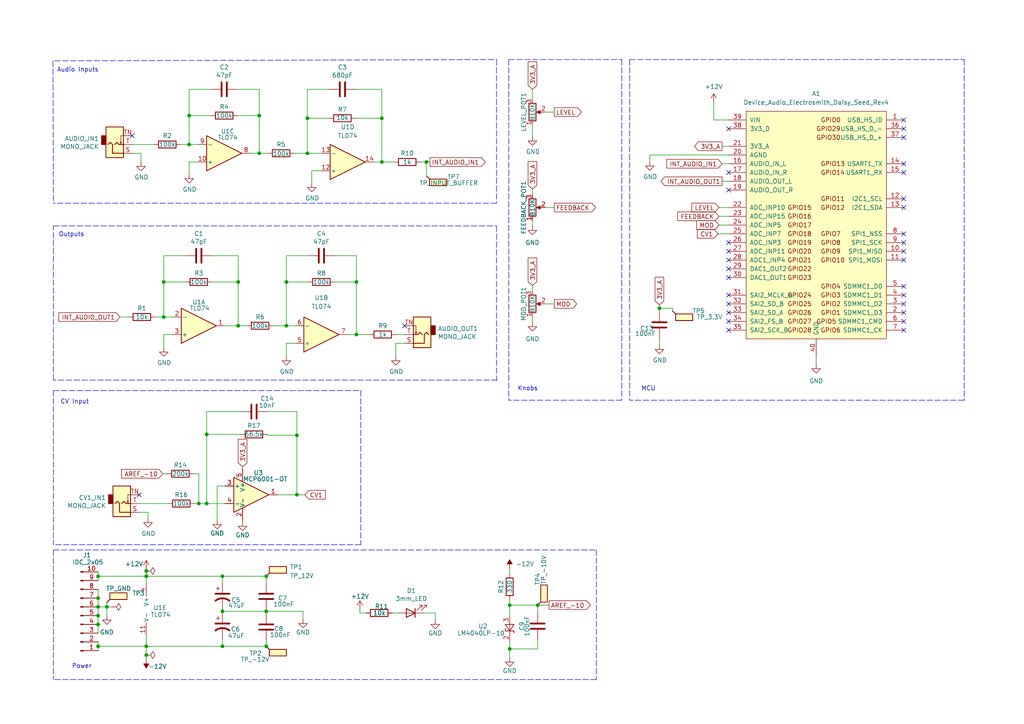
<source format=kicad_sch>
(kicad_sch (version 20211123) (generator eeschema)
  (paper "A4")
  (title_block (title "MiniVerb V2") (rev "v2.0") (comment 1 "An SMT Version of the MiniVerb Project"))
  (lib_symbols
    (symbol "Amplifier_Operational:MCP6001-OT" (pin_names (offset 0.127))
      (property "Reference" "U" (at -1.27 6.35 0))
      (property "Value" "MCP6001-OT" (at -1.27 3.81 0))
      (symbol "MCP6001-OT_0_1"
        (pin power_in line (at -2.54 -7.62 90) (length 3.81) (name "V-") (number "2"))
        (pin power_in line (at -2.54 7.62 270) (length 3.81) (name "V+") (number "5"))
      )
      (symbol "MCP6001-OT_1_1"
        (pin output line (at 7.62 0 180) (length 2.54) (name "~") (number "1"))
        (pin input line (at -7.62 2.54 0) (length 2.54) (name "+") (number "3"))
        (pin input line (at -7.62 -2.54 0) (length 2.54) (name "-") (number "4"))
      )
    )
    (symbol "Amplifier_Operational:TL074" (pin_names (offset 0.127))
      (property "Reference" "U" (at 0 5.08 0))
      (property "Value" "TL074" (at 0 -5.08 0))
      (symbol "TL074_1_1"
        (pin output line (at 7.62 0 180) (length 2.54) (name "~") (number "1"))
        (pin input line (at -7.62 -2.54 0) (length 2.54) (name "-") (number "2"))
        (pin input line (at -7.62 2.54 0) (length 2.54) (name "+") (number "3"))
      )
      (symbol "TL074_2_1"
        (pin input line (at -7.62 2.54 0) (length 2.54) (name "+") (number "5"))
        (pin input line (at -7.62 -2.54 0) (length 2.54) (name "-") (number "6"))
        (pin output line (at 7.62 0 180) (length 2.54) (name "~") (number "7"))
      )
      (symbol "TL074_3_1"
        (pin input line (at -7.62 2.54 0) (length 2.54) (name "+") (number "10"))
        (pin output line (at 7.62 0 180) (length 2.54) (name "~") (number "8"))
        (pin input line (at -7.62 -2.54 0) (length 2.54) (name "-") (number "9"))
      )
      (symbol "TL074_4_1"
        (pin input line (at -7.62 2.54 0) (length 2.54) (name "+") (number "12"))
        (pin input line (at -7.62 -2.54 0) (length 2.54) (name "-") (number "13"))
        (pin output line (at 7.62 0 180) (length 2.54) (name "~") (number "14"))
      )
      (symbol "TL074_5_1"
        (pin power_in line (at -2.54 -7.62 90) (length 3.81) (name "V-") (number "11"))
        (pin power_in line (at -2.54 7.62 270) (length 3.81) (name "V+") (number "4"))
      )
    )
    (symbol "Connector:AudioJack2_SwitchT"
      (property "Reference" "J" (at 0 8.89 0))
      (property "Value" "AudioJack2_SwitchT" (at 0 6.35 0))
      (symbol "AudioJack2_SwitchT_1_1"
        (pin passive line (at 5.08 2.54 180) (length 2.54) (name "~") (number "S"))
        (pin passive line (at 5.08 0 180) (length 2.54) (name "~") (number "T"))
        (pin passive line (at 5.08 -2.54 180) (length 2.54) (name "~") (number "TN"))
      )
    )
    (symbol "Connector:Conn_01x10_Male" (pin_names (offset 1.016) hide)
      (property "Reference" "J" (at 0 12.7 0))
      (property "Value" "Conn_01x10_Male" (at 0 -15.24 0))
      (symbol "Conn_01x10_Male_1_1"
        (pin passive line (at 5.08 10.16 180) (length 3.81) (name "Pin_1") (number "1"))
        (pin passive line (at 5.08 -12.7 180) (length 3.81) (name "Pin_10") (number "10"))
        (pin passive line (at 5.08 7.62 180) (length 3.81) (name "Pin_2") (number "2"))
        (pin passive line (at 5.08 5.08 180) (length 3.81) (name "Pin_3") (number "3"))
        (pin passive line (at 5.08 2.54 180) (length 3.81) (name "Pin_4") (number "4"))
        (pin passive line (at 5.08 0 180) (length 3.81) (name "Pin_5") (number "5"))
        (pin passive line (at 5.08 -2.54 180) (length 3.81) (name "Pin_6") (number "6"))
        (pin passive line (at 5.08 -5.08 180) (length 3.81) (name "Pin_7") (number "7"))
        (pin passive line (at 5.08 -7.62 180) (length 3.81) (name "Pin_8") (number "8"))
        (pin passive line (at 5.08 -10.16 180) (length 3.81) (name "Pin_9") (number "9"))
      )
    )
    (symbol "Connector:TestPoint_Flag" (pin_numbers hide) (pin_names (offset 0.762) hide)
      (property "Reference" "TP" (at 3.429 1.778 0))
      (property "Value" "TestPoint_Flag" (at 3.302 4.191 0))
      (symbol "TestPoint_Flag_1_1"
        (pin passive line (at 0 0 90) (length 0) (name "1") (number "1"))
      )
    )
    (symbol "Device:C" (pin_numbers hide) (pin_names (offset 0.254))
      (property "Reference" "C" (at 0.635 2.54 0))
      (property "Value" "C" (at 0.635 -2.54 0))
      (symbol "C_1_1"
        (pin passive line (at 0 3.81 270) (length 2.794) (name "~") (number "1"))
        (pin passive line (at 0 -3.81 90) (length 2.794) (name "~") (number "2"))
      )
    )
    (symbol "Device:C_Polarized_US" (pin_numbers hide) (pin_names (offset 0.254) hide)
      (property "Reference" "C" (at 0.635 2.54 0))
      (property "Value" "C_Polarized_US" (at 0.635 -2.54 0))
      (symbol "C_Polarized_US_1_1"
        (pin passive line (at 0 3.81 270) (length 2.794) (name "~") (number "1"))
        (pin passive line (at 0 -3.81 90) (length 3.302) (name "~") (number "2"))
      )
    )
    (symbol "Device:LED" (pin_numbers hide) (pin_names (offset 1.016) hide)
      (property "Reference" "D" (at 0 2.54 0))
      (property "Value" "LED" (at 0 -2.54 0))
      (symbol "LED_1_1"
        (pin passive line (at -3.81 0 0) (length 2.54) (name "K") (number "1"))
        (pin passive line (at 3.81 0 180) (length 2.54) (name "A") (number "2"))
      )
    )
    (symbol "Device:R" (pin_numbers hide) (pin_names (offset 0))
      (property "Reference" "R" (at 2.032 0 90))
      (property "Value" "R" (at 0 0 90))
      (symbol "R_1_1"
        (pin passive line (at 0 3.81 270) (length 1.27) (name "~") (number "1"))
        (pin passive line (at 0 -3.81 90) (length 1.27) (name "~") (number "2"))
      )
    )
    (symbol "Device:R_Potentiometer" (pin_names (offset 1.016) hide)
      (property "Reference" "RV" (at -4.445 0 90))
      (property "Value" "R_Potentiometer" (at -2.54 0 90))
      (symbol "R_Potentiometer_1_1"
        (pin passive line (at 0 3.81 270) (length 1.27) (name "1") (number "1"))
        (pin passive line (at 3.81 0 180) (length 1.27) (name "2") (number "2"))
        (pin passive line (at 0 -3.81 90) (length 1.27) (name "3") (number "3"))
      )
    )
    (symbol "Device_Audio_Electrosmith_Daisy_Seed:Device_Audio_Electrosmith_Daisy_Seed_Rev4" (pin_names (offset 1.016))
      (property "Reference" "A" (at -20.32 34.29 0))
      (property "Value" "Device_Audio_Electrosmith_Daisy_Seed_Rev4" (at 20.32 36.83 0))
      (symbol "Device_Audio_Electrosmith_Daisy_Seed_Rev4_0_0"
        (text "GPIO0" (at 1.27 30.48 0) (effects (font (size 1.27 1.27)) (justify left)))
        (text "GPIO1" (at 1.27 -25.4 0) (effects (font (size 1.27 1.27)) (justify left)))
        (text "GPIO10" (at 1.27 -10.16 0) (effects (font (size 1.27 1.27)) (justify left)))
        (text "GPIO11" (at 1.27 7.62 0) (effects (font (size 1.27 1.27)) (justify left)))
        (text "GPIO12" (at 1.27 5.08 0) (effects (font (size 1.27 1.27)) (justify left)))
        (text "GPIO13" (at 1.27 17.78 0) (effects (font (size 1.27 1.27)) (justify left)))
        (text "GPIO14" (at 1.27 15.24 0) (effects (font (size 1.27 1.27)) (justify left)))
        (text "GPIO15" (at -1.27 5.08 0) (effects (font (size 1.27 1.27)) (justify right)))
        (text "GPIO16" (at -1.27 2.54 0) (effects (font (size 1.27 1.27)) (justify right)))
        (text "GPIO17" (at -1.27 0 0) (effects (font (size 1.27 1.27)) (justify right)))
        (text "GPIO18" (at -1.27 -2.54 0) (effects (font (size 1.27 1.27)) (justify right)))
        (text "GPIO19" (at -1.27 -5.08 0) (effects (font (size 1.27 1.27)) (justify right)))
        (text "GPIO2" (at 1.27 -22.86 0) (effects (font (size 1.27 1.27)) (justify left)))
        (text "GPIO20" (at -1.27 -7.62 0) (effects (font (size 1.27 1.27)) (justify right)))
        (text "GPIO21" (at -1.27 -10.16 0) (effects (font (size 1.27 1.27)) (justify right)))
        (text "GPIO22" (at -1.27 -12.7 0) (effects (font (size 1.27 1.27)) (justify right)))
        (text "GPIO23" (at -1.27 -15.24 0) (effects (font (size 1.27 1.27)) (justify right)))
        (text "GPIO24" (at -1.27 -20.32 0) (effects (font (size 1.27 1.27)) (justify right)))
        (text "GPIO25" (at -1.27 -22.86 0) (effects (font (size 1.27 1.27)) (justify right)))
        (text "GPIO26" (at -1.27 -25.4 0) (effects (font (size 1.27 1.27)) (justify right)))
        (text "GPIO27" (at -1.27 -27.94 0) (effects (font (size 1.27 1.27)) (justify right)))
        (text "GPIO28" (at -1.27 -30.48 0) (effects (font (size 1.27 1.27)) (justify right)))
        (text "GPIO29" (at 0 27.94 0) (effects (font (size 1.27 1.27)) (justify left)))
        (text "GPIO3" (at 1.27 -20.32 0) (effects (font (size 1.27 1.27)) (justify left)))
        (text "GPIO30" (at 0 25.4 0) (effects (font (size 1.27 1.27)) (justify left)))
        (text "GPIO4" (at 1.27 -17.78 0) (effects (font (size 1.27 1.27)) (justify left)))
        (text "GPIO5" (at 0 -27.94 0) (effects (font (size 1.27 1.27)) (justify left)))
        (text "GPIO6" (at 1.27 -30.48 0) (effects (font (size 1.27 1.27)) (justify left)))
        (text "GPIO7" (at 1.27 -2.54 0) (effects (font (size 1.27 1.27)) (justify left)))
        (text "GPIO8" (at 1.27 -5.08 0) (effects (font (size 1.27 1.27)) (justify left)))
        (text "GPIO9" (at 1.27 -7.62 0) (effects (font (size 1.27 1.27)) (justify left)))
        (pin bidirectional line (at 25.4 30.48 180) (length 5.08) (name "USB_HS_ID") (number "1"))
        (pin bidirectional line (at 25.4 -7.62 180) (length 5.08) (name "SPI1_MISO") (number "10"))
        (pin bidirectional line (at 25.4 -10.16 180) (length 5.08) (name "SPI1_MOSI") (number "11"))
        (pin bidirectional line (at 25.4 7.62 180) (length 5.08) (name "I2C1_SCL") (number "12"))
        (pin bidirectional line (at 25.4 5.08 180) (length 5.08) (name "I2C1_SDA") (number "13"))
        (pin bidirectional line (at 25.4 17.78 180) (length 5.08) (name "USART1_TX") (number "14"))
        (pin bidirectional line (at 25.4 15.24 180) (length 5.08) (name "USART1_RX") (number "15"))
        (pin input line (at -25.4 17.78 0) (length 5.08) (name "AUDIO_IN_L") (number "16"))
        (pin input line (at -25.4 15.24 0) (length 5.08) (name "AUDIO_IN_R") (number "17"))
        (pin output line (at -25.4 12.7 0) (length 5.08) (name "AUDIO_OUT_L") (number "18"))
        (pin output line (at -25.4 10.16 0) (length 5.08) (name "AUDIO_OUT_R") (number "19"))
        (pin bidirectional line (at 25.4 -25.4 180) (length 5.08) (name "SDMMC1_D3") (number "2"))
        (pin passive line (at -25.4 20.32 0) (length 5.08) (name "AGND") (number "20"))
        (pin power_out line (at -25.4 22.86 0) (length 5.08) (name "3V3_A") (number "21"))
        (pin bidirectional line (at -25.4 5.08 0) (length 5.08) (name "ADC_INP10") (number "22"))
        (pin bidirectional line (at -25.4 2.54 0) (length 5.08) (name "ADC_INP15") (number "23"))
        (pin bidirectional line (at -25.4 0 0) (length 5.08) (name "ADC_INP5") (number "24"))
        (pin bidirectional line (at -25.4 -2.54 0) (length 5.08) (name "ADC_INP7") (number "25"))
        (pin bidirectional line (at -25.4 -5.08 0) (length 5.08) (name "ADC_INP3") (number "26"))
        (pin bidirectional line (at -25.4 -7.62 0) (length 5.08) (name "ADC_INP11") (number "27"))
        (pin bidirectional line (at -25.4 -10.16 0) (length 5.08) (name "ADC1_INP4") (number "28"))
        (pin bidirectional line (at -25.4 -12.7 0) (length 5.08) (name "DAC1_OUT2") (number "29"))
        (pin bidirectional line (at 25.4 -22.86 180) (length 5.08) (name "SDMMC1_D2") (number "3"))
        (pin bidirectional line (at -25.4 -15.24 0) (length 5.08) (name "DAC1_OUT1") (number "30"))
        (pin bidirectional line (at -25.4 -20.32 0) (length 5.08) (name "SAI2_MCLK_B") (number "31"))
        (pin bidirectional line (at -25.4 -22.86 0) (length 5.08) (name "SAI2_SD_B") (number "32"))
        (pin bidirectional line (at -25.4 -25.4 0) (length 5.08) (name "SAI2_SD_A") (number "33"))
        (pin bidirectional line (at -25.4 -27.94 0) (length 5.08) (name "SAI2_FS_B") (number "34"))
        (pin bidirectional line (at -25.4 -30.48 0) (length 5.08) (name "SAI2_SCK_B") (number "35"))
        (pin bidirectional line (at 25.4 27.94 180) (length 5.08) (name "USB_HS_D_-") (number "36"))
        (pin bidirectional line (at 25.4 25.4 180) (length 5.08) (name "USB_HS_D_+") (number "37"))
        (pin power_out line (at -25.4 27.94 0) (length 5.08) (name "3V3_D") (number "38"))
        (pin power_in line (at -25.4 30.48 0) (length 5.08) (name "VIN") (number "39"))
        (pin bidirectional line (at 25.4 -20.32 180) (length 5.08) (name "SDMMC1_D1") (number "4"))
        (pin passive line (at 0 -38.1 90) (length 5.08) (name "GND") (number "40"))
        (pin bidirectional line (at 25.4 -17.78 180) (length 5.08) (name "SDMMC1_D0") (number "5"))
        (pin bidirectional line (at 25.4 -27.94 180) (length 5.08) (name "SDMMC1_CMD") (number "6"))
        (pin bidirectional line (at 25.4 -30.48 180) (length 5.08) (name "SDMMC1_CK") (number "7"))
        (pin bidirectional line (at 25.4 -2.54 180) (length 5.08) (name "SPI1_NSS") (number "8"))
        (pin bidirectional line (at 25.4 -5.08 180) (length 5.08) (name "SPI1_SCK") (number "9"))
      )
    )
    (symbol "Reference_Voltage:LM4040LP-10" (pin_names (offset 0.0254) hide)
      (property "Reference" "U" (at 0 2.54 0))
      (property "Value" "LM4040LP-10" (at 0 -3.175 0))
      (symbol "LM4040LP-10_1_1"
        (pin passive line (at 3.81 0 180) (length 2.54) (name "K") (number "2"))
        (pin passive line (at -3.81 0 0) (length 2.54) (name "A") (number "3"))
      )
    )
    (symbol "power:+12V" (power) (pin_names (offset 0))
      (property "Value" "+12V" (at 0 3.556 0))
      (symbol "+12V_1_1"
        (pin power_in line (at 0 0 90) (length 0) hide (name "+12V") (number "1"))
      )
    )
    (symbol "power:-12V" (power) (pin_names (offset 0))
      (property "Value" "-12V" (at 0 3.81 0))
      (symbol "-12V_0_0"
        (pin power_in line (at 0 0 90) (length 0) hide (name "-12V") (number "1"))
      )
    )
    (symbol "power:GND" (power) (pin_names (offset 0))
      (property "Value" "GND" (at 0 -3.81 0))
      (symbol "GND_1_1"
        (pin power_in line (at 0 0 270) (length 0) hide (name "GND") (number "1"))
      )
    )
    (symbol "power:PWR_FLAG" (power) (pin_numbers hide) (pin_names (offset 0) hide)
      (property "Value" "PWR_FLAG" (at 0 3.81 0))
      (symbol "PWR_FLAG_0_0"
        (pin power_out line (at 0 0 90) (length 0) (name "pwr") (number "1"))
      )
    )
  )
  (junction (at 57.658 146.05))
  (junction (at 147.828 188.214))
  (junction (at 83.058 81.788))
  (junction (at 42.418 167.132))
  (junction (at 42.418 187.452))
  (junction (at 64.516 187.452))
  (junction (at 89.154 44.45))
  (junction (at 28.448 181.102))
  (junction (at 110.744 46.99))
  (junction (at 28.448 173.482))
  (junction (at 28.448 178.562))
  (junction (at 64.516 177.292))
  (junction (at 47.498 81.788))
  (junction (at 59.944 146.05))
  (junction (at 77.216 187.452))
  (junction (at 54.864 33.528))
  (junction (at 69.088 81.788))
  (junction (at 54.864 41.91))
  (junction (at 89.154 34.29))
  (junction (at 47.498 91.948))
  (junction (at 69.088 94.488))
  (junction (at 155.956 175.514))
  (junction (at 30.988 176.022))
  (junction (at 42.418 165.608))
  (junction (at 75.184 44.45))
  (junction (at 191.262 89.408))
  (junction (at 42.418 189.992))
  (junction (at 83.058 94.488))
  (junction (at 77.216 177.292))
  (junction (at 75.184 33.528))
  (junction (at 147.828 175.514))
  (junction (at 123.698 46.99))
  (junction (at 103.378 97.028))
  (junction (at 59.944 125.984))
  (junction (at 86.106 143.51))
  (junction (at 28.448 187.452))
  (junction (at 77.216 167.132))
  (junction (at 110.744 34.29))
  (junction (at 64.516 167.132))
  (junction (at 28.448 176.022))
  (junction (at 103.378 81.788))
  (junction (at 28.448 167.132))
  (junction (at 86.106 126.238))
  (no_connect (at 262.128 95.758))
  (no_connect (at 262.128 93.218))
  (no_connect (at 211.328 55.118))
  (no_connect (at 117.348 94.488))
  (no_connect (at 211.328 37.338))
  (no_connect (at 262.128 34.798))
  (no_connect (at 262.128 50.038))
  (no_connect (at 262.128 60.198))
  (no_connect (at 262.128 57.658))
  (no_connect (at 262.128 37.338))
  (no_connect (at 262.128 39.878))
  (no_connect (at 262.128 47.498))
  (no_connect (at 211.328 88.138))
  (no_connect (at 211.328 95.758))
  (no_connect (at 211.328 93.218))
  (no_connect (at 211.328 90.678))
  (no_connect (at 211.328 85.598))
  (no_connect (at 211.328 80.518))
  (no_connect (at 211.328 75.438))
  (no_connect (at 211.328 77.978))
  (no_connect (at 211.328 72.898))
  (no_connect (at 262.128 67.818))
  (no_connect (at 262.128 75.438))
  (no_connect (at 262.128 70.358))
  (no_connect (at 262.128 72.898))
  (no_connect (at 38.354 39.37))
  (no_connect (at 211.328 70.358))
  (no_connect (at 262.128 88.138))
  (no_connect (at 262.128 85.598))
  (no_connect (at 262.128 90.678))
  (no_connect (at 211.328 50.038))
  (no_connect (at 262.128 83.058))
  (no_connect (at 40.386 143.51))
  (wire (pts (xy 89.154 44.45) (xy 93.218 44.45)))
  (wire (pts (xy 62.992 140.97) (xy 65.278 140.97)))
  (wire (pts (xy 32.512 176.022) (xy 30.988 176.022)))
  (polyline (pts (xy 104.648 113.284) (xy 104.648 157.988)))
  (wire (pts (xy 208.28 67.818) (xy 211.328 67.818)))
  (wire (pts (xy 47.498 91.948) (xy 50.038 91.948)))
  (wire (pts (xy 208.534 60.198) (xy 211.328 60.198)))
  (wire (pts (xy 103.378 97.028) (xy 100.838 97.028)))
  (wire (pts (xy 104.394 177.8) (xy 106.172 177.8)))
  (wire (pts (xy 107.188 97.028) (xy 103.378 97.028)))
  (polyline (pts (xy 279.654 116.078) (xy 182.626 116.078)))
  (wire (pts (xy 62.992 140.97) (xy 62.992 150.876)))
  (wire (pts (xy 52.324 41.91) (xy 54.864 41.91)))
  (wire (pts (xy 64.516 177.292) (xy 77.216 177.292)))
  (wire (pts (xy 90.424 49.53) (xy 90.424 53.086)))
  (wire (pts (xy 47.498 97.028) (xy 47.498 100.838)))
  (wire (pts (xy 103.378 81.788) (xy 103.378 97.028)))
  (wire (pts (xy 47.498 81.788) (xy 47.498 91.948)))
  (polyline (pts (xy 15.494 159.512) (xy 172.974 159.512)))
  (wire (pts (xy 56.388 146.05) (xy 57.658 146.05)))
  (wire (pts (xy 86.106 143.51) (xy 88.392 143.51)))
  (wire (pts (xy 64.516 187.452) (xy 64.516 185.42)))
  (wire (pts (xy 103.378 74.168) (xy 103.378 81.788)))
  (wire (pts (xy 44.958 91.948) (xy 47.498 91.948)))
  (wire (pts (xy 110.744 46.99) (xy 114.3 46.99)))
  (wire (pts (xy 104.394 176.784) (xy 104.394 177.8)))
  (wire (pts (xy 110.744 34.29) (xy 110.744 46.99)))
  (polyline (pts (xy 182.626 17.272) (xy 279.654 17.272)))
  (wire (pts (xy 77.216 177.292) (xy 87.884 177.292)))
  (polyline (pts (xy 15.494 65.532) (xy 144.018 65.532)))
  (wire (pts (xy 155.956 175.514) (xy 155.956 177.8)))
  (wire (pts (xy 28.448 187.452) (xy 42.418 187.452)))
  (wire (pts (xy 77.216 167.132) (xy 77.216 169.164)))
  (wire (pts (xy 69.088 94.488) (xy 69.088 81.788)))
  (wire (pts (xy 53.848 74.168) (xy 47.498 74.168)))
  (wire (pts (xy 42.418 187.452) (xy 42.418 189.992)))
  (wire (pts (xy 85.344 44.45) (xy 89.154 44.45)))
  (wire (pts (xy 93.218 49.53) (xy 90.424 49.53)))
  (polyline (pts (xy 104.648 157.988) (xy 15.494 157.988)))
  (wire (pts (xy 28.448 186.182) (xy 28.448 187.452)))
  (wire (pts (xy 211.328 44.958) (xy 188.468 44.958)))
  (wire (pts (xy 103.124 25.908) (xy 110.744 25.908)))
  (wire (pts (xy 75.184 33.528) (xy 68.834 33.528)))
  (wire (pts (xy 110.744 25.908) (xy 110.744 34.29)))
  (wire (pts (xy 54.864 25.908) (xy 54.864 33.528)))
  (wire (pts (xy 123.698 46.99) (xy 123.698 51.054)))
  (wire (pts (xy 154.432 82.804) (xy 154.432 84.328)))
  (wire (pts (xy 64.516 167.132) (xy 64.516 169.164)))
  (wire (pts (xy 160.782 32.512) (xy 158.242 32.512)))
  (wire (pts (xy 147.828 188.214) (xy 147.828 190.754)))
  (wire (pts (xy 40.894 44.45) (xy 40.894 46.99)))
  (wire (pts (xy 155.956 175.514) (xy 159.258 175.514)))
  (wire (pts (xy 54.864 33.528) (xy 54.864 41.91)))
  (wire (pts (xy 69.85 125.984) (xy 59.944 125.984)))
  (wire (pts (xy 50.038 97.028) (xy 47.498 97.028)))
  (wire (pts (xy 113.792 177.8) (xy 115.316 177.8)))
  (wire (pts (xy 77.47 119.38) (xy 86.106 119.38)))
  (wire (pts (xy 59.944 125.984) (xy 59.944 146.05)))
  (wire (pts (xy 236.728 103.378) (xy 236.728 105.664)))
  (wire (pts (xy 69.088 81.788) (xy 61.468 81.788)))
  (wire (pts (xy 70.358 151.13) (xy 70.358 151.384)))
  (wire (pts (xy 38.354 44.45) (xy 40.894 44.45)))
  (polyline (pts (xy 15.494 113.284) (xy 15.494 157.988)))
  (polyline (pts (xy 15.367 17.653) (xy 15.494 58.928)))
  (polyline (pts (xy 15.494 159.512) (xy 15.494 197.104)))
  (wire (pts (xy 158.242 60.198) (xy 160.782 60.198)))
  (wire (pts (xy 86.106 143.51) (xy 80.518 143.51)))
  (polyline (pts (xy 15.875 17.653) (xy 144.018 17.272)))
  (wire (pts (xy 89.154 34.29) (xy 89.154 44.45)))
  (polyline (pts (xy 144.018 65.532) (xy 144.018 110.236)))
  (wire (pts (xy 42.418 184.404) (xy 42.418 187.452)))
  (wire (pts (xy 30.988 174.752) (xy 30.988 176.022)))
  (wire (pts (xy 61.214 25.908) (xy 54.864 25.908)))
  (wire (pts (xy 34.798 91.948) (xy 37.338 91.948)))
  (wire (pts (xy 155.956 188.214) (xy 155.956 185.42)))
  (wire (pts (xy 28.448 176.022) (xy 30.988 176.022)))
  (wire (pts (xy 28.448 181.102) (xy 28.448 183.642)))
  (wire (pts (xy 61.468 74.168) (xy 69.088 74.168)))
  (wire (pts (xy 64.516 176.784) (xy 64.516 177.292)))
  (wire (pts (xy 195.072 90.17) (xy 195.072 89.408)))
  (wire (pts (xy 69.088 94.488) (xy 65.278 94.488)))
  (polyline (pts (xy 182.626 17.272) (xy 182.626 116.078)))
  (wire (pts (xy 122.936 177.8) (xy 126.238 177.8)))
  (wire (pts (xy 154.432 28.702) (xy 154.432 25.908)))
  (polyline (pts (xy 144.018 17.272) (xy 144.018 58.928)))
  (wire (pts (xy 59.944 146.05) (xy 65.278 146.05)))
  (wire (pts (xy 56.134 137.414) (xy 57.658 137.414)))
  (wire (pts (xy 53.848 81.788) (xy 47.498 81.788)))
  (polyline (pts (xy 180.34 116.078) (xy 147.574 116.078)))
  (wire (pts (xy 42.418 165.608) (xy 42.418 167.132)))
  (wire (pts (xy 86.106 119.38) (xy 86.106 126.238)))
  (wire (pts (xy 154.432 54.864) (xy 154.432 56.388)))
  (polyline (pts (xy 172.974 197.104) (xy 15.494 197.104)))
  (wire (pts (xy 147.828 186.182) (xy 147.828 188.214)))
  (polyline (pts (xy 180.34 17.272) (xy 180.34 116.078)))
  (wire (pts (xy 28.448 176.022) (xy 28.448 178.562)))
  (wire (pts (xy 77.47 126.238) (xy 86.106 126.238)))
  (wire (pts (xy 71.628 94.488) (xy 69.088 94.488)))
  (wire (pts (xy 28.448 178.562) (xy 28.448 181.102)))
  (wire (pts (xy 68.834 25.908) (xy 75.184 25.908)))
  (wire (pts (xy 28.448 167.132) (xy 28.448 168.402)))
  (polyline (pts (xy 172.974 159.512) (xy 172.974 197.104)))
  (wire (pts (xy 147.828 188.214) (xy 155.956 188.214)))
  (wire (pts (xy 64.516 167.132) (xy 77.216 167.132)))
  (wire (pts (xy 28.448 173.482) (xy 28.448 176.022)))
  (wire (pts (xy 28.448 165.862) (xy 28.448 167.132)))
  (wire (pts (xy 89.408 74.168) (xy 83.058 74.168)))
  (wire (pts (xy 147.828 173.99) (xy 147.828 175.514)))
  (wire (pts (xy 87.884 177.292) (xy 87.884 179.578)))
  (wire (pts (xy 54.864 33.528) (xy 61.214 33.528)))
  (wire (pts (xy 83.058 99.568) (xy 83.058 103.378)))
  (wire (pts (xy 154.432 36.322) (xy 154.432 39.624)))
  (wire (pts (xy 75.184 25.908) (xy 75.184 33.528)))
  (wire (pts (xy 89.154 25.908) (xy 89.154 34.29)))
  (wire (pts (xy 208.534 65.278) (xy 211.328 65.278)))
  (wire (pts (xy 70.358 135.382) (xy 70.358 135.89)))
  (wire (pts (xy 42.418 187.452) (xy 64.516 187.452)))
  (wire (pts (xy 38.354 41.91) (xy 44.704 41.91)))
  (wire (pts (xy 83.058 94.488) (xy 79.248 94.488)))
  (wire (pts (xy 114.808 99.568) (xy 114.808 103.378)))
  (wire (pts (xy 195.072 89.408) (xy 191.262 89.408)))
  (wire (pts (xy 191.262 89.408) (xy 191.262 90.424)))
  (wire (pts (xy 42.418 167.132) (xy 64.516 167.132)))
  (wire (pts (xy 147.828 175.514) (xy 147.828 178.562)))
  (wire (pts (xy 75.184 44.45) (xy 77.724 44.45)))
  (wire (pts (xy 59.944 119.38) (xy 59.944 125.984)))
  (wire (pts (xy 108.458 46.99) (xy 110.744 46.99)))
  (polyline (pts (xy 147.574 17.272) (xy 147.574 116.078)))
  (wire (pts (xy 147.828 175.514) (xy 155.956 175.514)))
  (wire (pts (xy 117.348 99.568) (xy 114.808 99.568)))
  (wire (pts (xy 57.658 137.414) (xy 57.658 146.05)))
  (wire (pts (xy 28.448 170.942) (xy 28.448 173.482)))
  (wire (pts (xy 42.418 189.992) (xy 42.418 191.262)))
  (wire (pts (xy 69.85 119.38) (xy 59.944 119.38)))
  (wire (pts (xy 30.988 176.022) (xy 30.988 178.562)))
  (wire (pts (xy 89.154 34.29) (xy 95.504 34.29)))
  (wire (pts (xy 123.698 46.99) (xy 121.92 46.99)))
  (wire (pts (xy 191.262 98.044) (xy 191.262 100.076)))
  (wire (pts (xy 207.01 29.718) (xy 207.01 34.798)))
  (wire (pts (xy 124.714 46.99) (xy 123.698 46.99)))
  (wire (pts (xy 42.418 165.1) (xy 42.418 165.608)))
  (polyline (pts (xy 279.654 17.272) (xy 279.654 116.078)))
  (wire (pts (xy 83.058 74.168) (xy 83.058 81.788)))
  (wire (pts (xy 97.028 74.168) (xy 103.378 74.168)))
  (wire (pts (xy 54.864 46.99) (xy 57.404 46.99)))
  (wire (pts (xy 77.216 185.674) (xy 77.216 187.452)))
  (wire (pts (xy 86.106 126.238) (xy 86.106 143.51)))
  (wire (pts (xy 72.644 44.45) (xy 75.184 44.45)))
  (wire (pts (xy 77.216 187.452) (xy 64.516 187.452)))
  (wire (pts (xy 42.418 167.132) (xy 42.418 169.164)))
  (wire (pts (xy 40.386 148.59) (xy 42.926 148.59)))
  (wire (pts (xy 103.124 34.29) (xy 110.744 34.29)))
  (wire (pts (xy 77.216 177.292) (xy 77.216 178.054)))
  (wire (pts (xy 209.423 47.498) (xy 211.328 47.498)))
  (wire (pts (xy 209.423 52.578) (xy 211.328 52.578)))
  (polyline (pts (xy 144.018 58.928) (xy 15.494 58.928)))
  (wire (pts (xy 64.516 177.292) (xy 64.516 177.8)))
  (wire (pts (xy 83.058 94.488) (xy 83.058 81.788)))
  (polyline (pts (xy 147.574 17.272) (xy 180.34 17.272)))
  (wire (pts (xy 85.598 99.568) (xy 83.058 99.568)))
  (wire (pts (xy 83.058 81.788) (xy 89.408 81.788)))
  (wire (pts (xy 57.658 146.05) (xy 59.944 146.05)))
  (wire (pts (xy 28.448 187.452) (xy 28.448 188.722)))
  (wire (pts (xy 47.244 137.414) (xy 48.514 137.414)))
  (wire (pts (xy 54.864 41.91) (xy 57.404 41.91)))
  (wire (pts (xy 85.598 94.488) (xy 83.058 94.488)))
  (wire (pts (xy 114.808 97.028) (xy 117.348 97.028)))
  (wire (pts (xy 54.864 46.99) (xy 54.864 50.546)))
  (wire (pts (xy 191.262 88.392) (xy 191.262 89.408)))
  (polyline (pts (xy 15.494 110.236) (xy 15.494 65.532)))
  (wire (pts (xy 209.423 42.418) (xy 211.328 42.418)))
  (wire (pts (xy 28.448 167.132) (xy 42.418 167.132)))
  (wire (pts (xy 77.216 176.784) (xy 77.216 177.292)))
  (wire (pts (xy 69.088 74.168) (xy 69.088 81.788)))
  (wire (pts (xy 188.468 44.958) (xy 188.468 46.863)))
  (wire (pts (xy 147.828 164.846) (xy 147.828 166.37)))
  (wire (pts (xy 75.184 33.528) (xy 75.184 44.45)))
  (polyline (pts (xy 144.272 110.236) (xy 15.494 110.236)))
  (wire (pts (xy 42.926 148.59) (xy 42.926 150.368)))
  (wire (pts (xy 40.386 146.05) (xy 48.768 146.05)))
  (wire (pts (xy 207.01 34.798) (xy 211.328 34.798)))
  (wire (pts (xy 97.028 81.788) (xy 103.378 81.788)))
  (wire (pts (xy 154.432 64.008) (xy 154.432 65.532)))
  (polyline (pts (xy 15.494 113.284) (xy 104.648 113.284)))
  (wire (pts (xy 158.242 88.138) (xy 160.782 88.138)))
  (wire (pts (xy 126.238 177.8) (xy 126.238 179.832)))
  (wire (pts (xy 154.432 91.948) (xy 154.432 93.472)))
  (wire (pts (xy 95.504 25.908) (xy 89.154 25.908)))
  (wire (pts (xy 208.534 62.738) (xy 211.328 62.738)))
  (wire (pts (xy 77.47 126.238) (xy 77.47 125.984)))
  (wire (pts (xy 47.498 74.168) (xy 47.498 81.788)))
  (text "CV Input" (at 17.526 117.348 0) (effects (font (size 1.27 1.27)) (justify left bottom)))
  (text "Power" (at 20.828 194.056 0) (effects (font (size 1.27 1.27)) (justify left bottom)))
  (text "Outputs\n" (at 17.018 68.834 0) (effects (font (size 1.27 1.27)) (justify left bottom)))
  (text "Knobs" (at 150.114 113.538 0) (effects (font (size 1.27 1.27)) (justify left bottom)))
  (text "MCU" (at 185.928 113.538 0) (effects (font (size 1.27 1.27)) (justify left bottom)))
  (text "Audio Inputs" (at 16.51 21.082 0) (effects (font (size 1.27 1.27)) (justify left bottom)))
  (global_label "INT_AUDIO_IN1" (shape output) (at 124.714 46.99 0) (property "Intersheet References" "${INTERSHEET_REFS}" (effects hide)))
  (global_label "3V3_A" (shape output) (at 209.423 42.418 180) (property "Intersheet References" "${INTERSHEET_REFS}" (effects hide)))
  (global_label "3V3_A" (shape input) (at 154.432 54.864 90) (property "Intersheet References" "${INTERSHEET_REFS}" (effects hide)))
  (global_label "3V3_A" (shape input) (at 70.358 135.382 90) (property "Intersheet References" "${INTERSHEET_REFS}" (effects hide)))
  (global_label "INT_AUDIO_IN1" (shape input) (at 209.423 47.498 180) (property "Intersheet References" "${INTERSHEET_REFS}" (effects hide)))
  (global_label "LEVEL" (shape input) (at 208.534 60.198 180) (property "Intersheet References" "${INTERSHEET_REFS}" (effects hide)))
  (global_label "3V3_A" (shape input) (at 154.432 25.908 90) (property "Intersheet References" "${INTERSHEET_REFS}" (effects hide)))
  (global_label "FEEDBACK" (shape output) (at 160.782 60.198 0) (property "Intersheet References" "${INTERSHEET_REFS}" (effects hide)))
  (global_label "MOD" (shape input) (at 208.534 65.278 180) (property "Intersheet References" "${INTERSHEET_REFS}" (effects hide)))
  (global_label "MOD" (shape output) (at 160.782 88.138 0) (property "Intersheet References" "${INTERSHEET_REFS}" (effects hide)))
  (global_label "FEEDBACK" (shape input) (at 208.534 62.738 180) (property "Intersheet References" "${INTERSHEET_REFS}" (effects hide)))
  (global_label "3V3_A" (shape input) (at 191.262 88.392 90) (property "Intersheet References" "${INTERSHEET_REFS}" (effects hide)))
  (global_label "CV1" (shape input) (at 88.392 143.51 0) (property "Intersheet References" "${INTERSHEET_REFS}" (effects hide)))
  (global_label "AREF_-10" (shape output) (at 159.258 175.514 0) (property "Intersheet References" "${INTERSHEET_REFS}" (effects hide)))
  (global_label "AREF_-10" (shape input) (at 47.244 137.414 180) (property "Intersheet References" "${INTERSHEET_REFS}" (effects hide)))
  (global_label "3V3_A" (shape input) (at 154.432 82.804 90) (property "Intersheet References" "${INTERSHEET_REFS}" (effects hide)))
  (global_label "INT_AUDIO_OUT1" (shape input) (at 34.798 91.948 180) (property "Intersheet References" "${INTERSHEET_REFS}" (effects hide)))
  (global_label "CV1" (shape input) (at 208.28 67.818 180) (property "Intersheet References" "${INTERSHEET_REFS}" (effects hide)))
  (global_label "INT_AUDIO_OUT1" (shape output) (at 209.423 52.578 180) (property "Intersheet References" "${INTERSHEET_REFS}" (effects hide)))
  (global_label "LEVEL" (shape output) (at 160.782 32.512 0) (property "Intersheet References" "${INTERSHEET_REFS}" (effects hide)))
  (symbol (lib_id "Device:R") (at 65.024 33.528 270) (unit 1)
    (property "Reference" "R4" (at 65.024 30.988 90))
    (property "Value" "100k" (at 65.024 33.528 90))
    (property "Footprint" "Resistor_SMD:R_0603_1608Metric_Pad0.98x0.95mm_HandSolder" (effects hide))
    (property "Manufacturers Name" "YAGEO" (effects hide))
    (property "Manufacturers Part Number" "RC0603FR-07100KL " (effects hide))
    (property "Mfg #" "RC0603FR-07100KL " (effects hide))
  )
  (symbol (lib_id "Device:R") (at 48.514 41.91 270) (unit 1)
    (property "Reference" "R2" (at 48.514 39.37 90))
    (property "Value" "100k" (at 48.514 41.91 90))
    (property "Footprint" "Resistor_SMD:R_0603_1608Metric_Pad0.98x0.95mm_HandSolder" (effects hide))
    (property "Manufacturers Name" "YAGEO" (effects hide))
    (property "Manufacturers Part Number" "RC0603FR-07100KL " (effects hide))
    (property "Mfg #" "RC0603FR-07100KL " (effects hide))
  )
  (symbol (lib_id "Device:R") (at 81.534 44.45 270) (unit 1)
    (property "Reference" "R5" (at 81.534 41.91 90))
    (property "Value" "100k" (at 81.534 44.577 90))
    (property "Footprint" "Resistor_SMD:R_0603_1608Metric_Pad0.98x0.95mm_HandSolder" (effects hide))
    (property "Manufacturers Name" "YAGEO" (effects hide))
    (property "Manufacturers Part Number" "RC0603FR-07100KL " (effects hide))
    (property "Mfg #" "RC0603FR-07100KL " (effects hide))
  )
  (symbol (lib_id "Device:R") (at 99.314 34.29 270) (unit 1)
    (property "Reference" "R7" (at 99.314 31.75 90))
    (property "Value" "10k" (at 99.314 34.163 90))
    (property "Footprint" "Resistor_SMD:R_0603_1608Metric_Pad0.98x0.95mm_HandSolder" (effects hide))
    (property "Manufacturers Name" "YAGEO" (effects hide))
    (property "Manufacturers Part Number" "AC0603FR-0710KL" (effects hide))
    (property "Mfg #" "AC0603FR-0710KL" (effects hide))
  )
  (symbol (lib_id "Device:R") (at 118.11 46.99 270) (unit 1)
    (property "Reference" "R10" (at 118.11 44.45 90))
    (property "Value" "1k" (at 118.11 46.99 90))
    (property "Footprint" "Resistor_SMD:R_0603_1608Metric_Pad0.98x0.95mm_HandSolder" (effects hide))
    (property "Manufacturers Name" "YAGEO" (effects hide))
    (property "Manufacturers Part Number" "RC0603FR-071KL " (effects hide))
    (property "Mfg #" "RC0603FR-071KL " (effects hide))
  )
  (symbol (lib_id "Device:C") (at 65.024 25.908 270) (unit 1)
    (property "Reference" "C2" (at 65.024 19.5072 90))
    (property "Value" "47pF" (at 65.024 21.8186 90))
    (property "Footprint" "Capacitor_SMD:C_0603_1608Metric_Pad1.08x0.95mm_HandSolder" (effects hide))
    (property "Manufacturers Name" "YAGEO" (effects hide))
    (property "Manufacturers Part Number" "CC0603JRNPO9BN470" (effects hide))
    (property "Mfg #" "CC0603JRNPO9BN470" (effects hide))
  )
  (symbol (lib_id "Device:C") (at 99.314 25.908 270) (unit 1)
    (property "Reference" "C3" (at 99.314 19.5072 90))
    (property "Value" "680pF" (at 99.314 21.8186 90))
    (property "Footprint" "Capacitor_SMD:C_0603_1608Metric_Pad1.08x0.95mm_HandSolder" (effects hide))
    (property "Manufacturers Name" "Vishay / Vitramon" (effects hide))
    (property "Manufacturers Part Number" "VJ0603Y681KXAAC" (effects hide))
  )
  (symbol (lib_id "Connector:AudioJack2_SwitchT") (at 33.274 41.91 0) (mirror x) (unit 1)
    (property "Reference" "AUDIO_IN1" (at 28.702 40.2082 0) (effects (justify right)))
    (property "Value" "MONO_JACK" (at 28.702 42.5196 0) (effects (justify right)))
    (property "Footprint" "benjiaomodular:AudioJack_3.5mm" (effects hide))
    (property "Manufacturers Name" "Tayda Electronics" (effects hide))
    (property "Manufacturers Part Number" "PJ-3001F" (effects hide))
  )
  (symbol (lib_id "power:GND") (at 54.864 50.546 0) (unit 1)
    (property "Reference" "#PWR03" (effects hide))
    (property "Value" "GND" (at 54.991 54.9402 0))
  )
  (symbol (lib_id "power:GND") (at 40.894 46.99 0) (unit 1)
    (property "Reference" "#PWR01" (effects hide))
    (property "Value" "GND" (at 41.021 51.3842 0))
  )
  (symbol (lib_id "power:GND") (at 90.424 53.086 0) (unit 1)
    (property "Reference" "#PWR05" (effects hide))
    (property "Value" "GND" (at 90.551 57.4802 0))
  )
  (symbol (lib_id "Device:R") (at 41.148 91.948 270) (unit 1)
    (property "Reference" "R1" (at 41.148 89.408 90))
    (property "Value" "10k" (at 41.148 91.948 90))
    (property "Footprint" "Resistor_SMD:R_0603_1608Metric_Pad0.98x0.95mm_HandSolder" (effects hide))
    (property "Manufacturers Name" "YAGEO" (effects hide))
    (property "Manufacturers Part Number" "AC0603FR-0710KL" (effects hide))
    (property "Mfg #" "AC0603FR-0710KL" (effects hide))
  )
  (symbol (lib_id "Device:R") (at 57.658 81.788 270) (unit 1)
    (property "Reference" "R3" (at 57.658 79.248 90))
    (property "Value" "100k" (at 57.658 81.788 90))
    (property "Footprint" "Resistor_SMD:R_0603_1608Metric_Pad0.98x0.95mm_HandSolder" (effects hide))
    (property "Manufacturers Name" "YAGEO" (effects hide))
    (property "Manufacturers Part Number" "RC0603FR-07100KL " (effects hide))
    (property "Mfg #" "RC0603FR-07100KL " (effects hide))
  )
  (symbol (lib_id "Device:R") (at 93.218 81.788 270) (unit 1)
    (property "Reference" "R8" (at 93.218 79.248 90))
    (property "Value" "100k" (at 93.218 81.788 90))
    (property "Footprint" "Resistor_SMD:R_0603_1608Metric_Pad0.98x0.95mm_HandSolder" (effects hide))
    (property "Manufacturers Name" "YAGEO" (effects hide))
    (property "Manufacturers Part Number" "RC0603FR-07100KL " (effects hide))
    (property "Mfg #" "RC0603FR-07100KL " (effects hide))
  )
  (symbol (lib_id "Device:R") (at 75.438 94.488 270) (unit 1)
    (property "Reference" "R6" (at 75.438 91.948 90))
    (property "Value" "100k" (at 75.438 94.488 90))
    (property "Footprint" "Resistor_SMD:R_0603_1608Metric_Pad0.98x0.95mm_HandSolder" (effects hide))
    (property "Manufacturers Name" "YAGEO" (effects hide))
    (property "Manufacturers Part Number" "RC0603FR-07100KL " (effects hide))
    (property "Mfg #" "RC0603FR-07100KL " (effects hide))
  )
  (symbol (lib_id "Device:C") (at 57.658 74.168 270) (unit 1)
    (property "Reference" "C1" (at 57.658 67.7672 90))
    (property "Value" "47pF" (at 57.658 70.0786 90))
    (property "Footprint" "Capacitor_SMD:C_0603_1608Metric_Pad1.08x0.95mm_HandSolder" (effects hide))
    (property "Manufacturers Name" "YAGEO" (effects hide))
    (property "Manufacturers Part Number" "CC0603JRNPO9BN470" (effects hide))
    (property "Mfg #" "CC0603JRNPO9BN470" (effects hide))
  )
  (symbol (lib_id "Device:C") (at 93.218 74.168 270) (unit 1)
    (property "Reference" "C4" (at 93.218 67.7672 90))
    (property "Value" "47pF" (at 93.218 70.0786 90))
    (property "Footprint" "Capacitor_SMD:C_0603_1608Metric_Pad1.08x0.95mm_HandSolder" (effects hide))
    (property "Manufacturers Name" "YAGEO" (effects hide))
    (property "Manufacturers Part Number" "CC0603JRNPO9BN470" (effects hide))
    (property "Mfg #" "CC0603JRNPO9BN470" (effects hide))
  )
  (symbol (lib_id "power:GND") (at 47.498 100.838 0) (unit 1)
    (property "Reference" "#PWR02" (effects hide))
    (property "Value" "GND" (at 47.625 105.2322 0))
  )
  (symbol (lib_id "power:GND") (at 83.058 103.378 0) (unit 1)
    (property "Reference" "#PWR04" (effects hide))
    (property "Value" "GND" (at 83.185 107.7722 0))
  )
  (symbol (lib_id "Connector:AudioJack2_SwitchT") (at 122.428 97.028 180) (unit 1)
    (property "Reference" "AUDIO_OUT1" (at 127 95.3262 0) (effects (justify right)))
    (property "Value" "MONO_JACK" (at 127 97.6376 0) (effects (justify right)))
    (property "Footprint" "benjiaomodular:AudioJack_3.5mm" (effects hide))
    (property "Manufacturers Name" "Tayda Electronics" (effects hide))
    (property "Manufacturers Part Number" "PJ-3001F" (effects hide))
  )
  (symbol (lib_id "Device:R") (at 110.998 97.028 270) (unit 1)
    (property "Reference" "R9" (at 110.998 94.488 90))
    (property "Value" "1k" (at 110.998 97.028 90))
    (property "Footprint" "Resistor_SMD:R_0603_1608Metric_Pad0.98x0.95mm_HandSolder" (effects hide))
    (property "Manufacturers Name" "YAGEO" (effects hide))
    (property "Manufacturers Part Number" "RC0603FR-071KL " (effects hide))
    (property "Mfg #" "RC0603FR-071KL " (effects hide))
  )
  (symbol (lib_id "power:GND") (at 114.808 103.378 0) (unit 1)
    (property "Reference" "#PWR06" (effects hide))
    (property "Value" "GND" (at 114.935 107.7722 0))
  )
  (symbol (lib_id "power:-12V") (at 147.828 164.846 0) (unit 1)
    (property "Reference" "#PWR07" (effects hide))
    (property "Value" "-12V" (at 149.606 163.5759 0) (effects (justify left)))
  )
  (symbol (lib_id "Device_Audio_Electrosmith_Daisy_Seed:Device_Audio_Electrosmith_Daisy_Seed_Rev4") (at 236.728 65.278 0) (unit 1)
    (property "Reference" "A1" (at 236.728 27.178 0))
    (property "Value" "Device_Audio_Electrosmith_Daisy_Seed_Rev4" (at 236.728 29.718 0))
    (property "Footprint" "daisy-seed:Device_Audio_Electrosmith_Daisy_Seed" (effects hide))
    (property "Datasheet" "https://github.com/electro-smith/DaisyWiki/wiki" (effects hide))
    (property "Manufacturers Name" "Electro-Smith" (effects hide))
  )
  (symbol (lib_id "power:+12V") (at 104.394 176.784 0) (unit 1)
    (property "Reference" "#PWR0116" (effects hide))
    (property "Value" "+12V" (at 104.394 172.974 0))
  )
  (symbol (lib_id "power:GND") (at 147.828 190.754 0) (unit 1)
    (property "Reference" "#PWR08" (effects hide))
    (property "Value" "GND" (at 147.828 194.564 0))
  )
  (symbol (lib_id "Amplifier_Operational:TL074") (at 44.958 176.784 0) (unit 5)
    (property "Reference" "U1" (at 44.45 176.276 0) (effects (justify left)))
    (property "Value" "TL074" (at 43.688 178.308 0) (effects (justify left)))
    (property "Footprint" "Package_SO:SOIC-14_3.9x8.7mm_P1.27mm" (effects hide))
    (property "Datasheet" "http://www.ti.com/lit/ds/symlink/tl071.pdf" (effects hide))
    (property "Manufacturers Name" "Texas Instruments" (effects hide))
    (property "Manufacturers Part Number" "TL074HIDYYR" (effects hide))
  )
  (symbol (lib_id "Connector:TestPoint_Flag") (at 77.216 167.132 0) (unit 1)
    (property "Reference" "TP1" (at 84.074 164.4649 0) (effects (justify left)))
    (property "Value" "TP_12V" (at 84.074 167.0049 0) (effects (justify left)))
    (property "Footprint" "TestPoint:TestPoint_THTPad_1.0x1.0mm_Drill0.5mm" (effects hide))
  )
  (symbol (lib_id "Reference_Voltage:LM4040LP-10") (at 147.828 182.372 270) (unit 1)
    (property "Reference" "U2" (at 138.684 181.61 90) (effects (justify left)))
    (property "Value" "LM4040LP-10" (at 132.588 183.642 90) (effects (justify left)))
    (property "Footprint" "Package_TO_SOT_SMD:SOT-23_Handsoldering" (effects hide))
    (property "Datasheet" "http://www.ti.com/lit/ds/symlink/lm4040-n.pdf" (effects hide))
    (property "Manufacturers Name" "Texas Instruments" (effects hide))
    (property "Manufacturers Part Number" "LM4040CIM3-10.0/NOPB" (effects hide))
    (property "Mfg #" "LM4040CIM3-10.0/NOPB" (effects hide))
  )
  (symbol (lib_id "power:GND") (at 154.432 39.624 0) (unit 1)
    (property "Reference" "#PWR0101" (effects hide))
    (property "Value" "GND" (at 154.559 44.0182 0))
  )
  (symbol (lib_id "Device:C") (at 77.216 181.864 0) (unit 1)
    (property "Reference" "C8" (at 79.502 182.372 0) (effects (justify left)))
    (property "Value" "100nF" (at 78.232 184.15 0) (effects (justify left)))
    (property "Footprint" "Capacitor_SMD:C_0603_1608Metric_Pad1.08x0.95mm_HandSolder" (effects hide))
    (property "Manufacturers Name" "YAGEO" (effects hide))
    (property "Manufacturers Part Number" "CC0805KRX7R9BB104" (effects hide))
    (property "Mfg #" "CC0805KRX7R9BB104" (effects hide))
  )
  (symbol (lib_id "power:+12V") (at 42.418 165.1 0) (unit 1)
    (property "Reference" "#PWR0103" (effects hide))
    (property "Value" "+12V" (at 38.862 163.576 0))
  )
  (symbol (lib_id "Connector:TestPoint_Flag") (at 77.216 187.452 0) (mirror x) (unit 1)
    (property "Reference" "TP2" (at 75.946 189.484 0) (effects (justify right)))
    (property "Value" "TP_-12V" (at 78.232 191.262 0) (effects (justify right)))
    (property "Footprint" "TestPoint:TestPoint_THTPad_1.0x1.0mm_Drill0.5mm" (effects hide))
  )
  (symbol (lib_id "power:GND") (at 62.992 150.876 0) (unit 1)
    (property "Reference" "#PWR012" (effects hide))
    (property "Value" "GND" (at 62.992 154.686 0))
  )
  (symbol (lib_id "power:PWR_FLAG") (at 42.418 189.992 270) (unit 1)
    (property "Reference" "#FLG0101" (effects hide))
    (property "Value" "PWR_FLAG" (effects hide))
  )
  (symbol (lib_id "Amplifier_Operational:TL074") (at 57.658 94.488 0) (mirror x) (unit 1)
    (property "Reference" "U1" (at 57.658 87.63 0))
    (property "Value" "TL074" (at 57.912 89.408 0))
    (property "Footprint" "Package_SO:SOIC-14_3.9x8.7mm_P1.27mm" (effects hide))
    (property "Datasheet" "http://www.ti.com/lit/ds/symlink/tl071.pdf" (effects hide))
    (property "Manufacturers Name" "Texas Instruments" (effects hide))
    (property "Manufacturers Part Number" "TL074HIDYYR" (effects hide))
  )
  (symbol (lib_id "Amplifier_Operational:MCP6001-OT") (at 72.898 143.51 0) (unit 1)
    (property "Reference" "U3" (at 74.93 137.16 0))
    (property "Value" "MCP6001-OT" (at 76.962 138.938 0))
    (property "Footprint" "Package_TO_SOT_SMD:SOT-23-5" (effects hide))
    (property "Datasheet" "http://ww1.microchip.com/downloads/en/DeviceDoc/21733j.pdf" (effects hide))
    (property "Manufacturers Name" "Microchip Technology / Atmel " (effects hide))
    (property "Manufacturers Part Number" "MCP6001UT-I/OT " (effects hide))
    (property "Mfg #" "MCP6001UT-I/OT " (effects hide))
  )
  (symbol (lib_id "power:GND") (at 70.358 151.384 0) (unit 1)
    (property "Reference" "#PWR015" (effects hide))
    (property "Value" "GND" (at 70.358 155.194 0))
  )
  (symbol (lib_id "Amplifier_Operational:TL074") (at 65.024 44.45 0) (mirror x) (unit 3)
    (property "Reference" "U1" (at 66.04 38.1 0))
    (property "Value" "TL074" (at 66.04 39.878 0))
    (property "Footprint" "Package_SO:SOIC-14_3.9x8.7mm_P1.27mm" (effects hide))
    (property "Datasheet" "http://www.ti.com/lit/ds/symlink/tl071.pdf" (effects hide))
    (property "Manufacturers Name" "Texas Instruments" (effects hide))
    (property "Manufacturers Part Number" "TL074HIDYYR" (effects hide))
  )
  (symbol (lib_id "Device:R_Potentiometer") (at 154.432 60.198 0) (mirror x) (unit 1)
    (property "Reference" "FEEDBACK_POT1" (at 151.892 60.198 90))
    (property "Value" "B10K" (at 154.432 60.198 90))
    (property "Footprint" "benjiaomodular:Potentiometer_RV09" (effects hide))
    (property "Manufacturers Name" "Alpha (Taiwan)" (effects hide))
    (property "Manufacturers Part Number" "RD901F-40-15R1-B10K" (effects hide))
    (property "Part Description" "10K OHM Linear Taper Potentiometer Round Shaft PCB 9mm" (effects hide))
  )
  (symbol (lib_id "Device:C") (at 77.216 172.974 0) (unit 1)
    (property "Reference" "C7" (at 80.645 173.482 0) (effects (justify left)))
    (property "Value" "100nF" (at 79.248 175.26 0) (effects (justify left)))
    (property "Footprint" "Capacitor_SMD:C_0603_1608Metric_Pad1.08x0.95mm_HandSolder" (effects hide))
    (property "Manufacturers Name" "YAGEO" (effects hide))
    (property "Manufacturers Part Number" "CC0805KRX7R9BB104" (effects hide))
    (property "Mfg #" "CC0805KRX7R9BB104" (effects hide))
  )
  (symbol (lib_id "Device:R_Potentiometer") (at 154.432 88.138 0) (mirror x) (unit 1)
    (property "Reference" "MOD_POT1" (at 151.892 88.138 90))
    (property "Value" "B10K" (at 154.432 88.138 90))
    (property "Footprint" "benjiaomodular:Potentiometer_RV09" (effects hide))
    (property "Manufacturers Name" "Alpha (Taiwan)" (effects hide))
    (property "Manufacturers Part Number" "RD901F-40-15R1-B10K" (effects hide))
    (property "Part Description" "10K OHM Linear Taper Potentiometer Round Shaft PCB 9mm" (effects hide))
  )
  (symbol (lib_id "Device:R") (at 73.66 125.984 270) (unit 1)
    (property "Reference" "R17" (at 73.66 123.444 90))
    (property "Value" "66.5k" (at 73.66 125.984 90))
    (property "Footprint" "Resistor_SMD:R_0603_1608Metric_Pad0.98x0.95mm_HandSolder" (effects hide))
    (property "Manufacturers Name" "YAGEO" (effects hide))
    (property "Manufacturers Part Number" "RC0603FR-0766K5L" (effects hide))
  )
  (symbol (lib_id "power:GND") (at 236.728 105.664 0) (unit 1)
    (property "Reference" "#PWR0104" (effects hide))
    (property "Value" "GND" (at 236.728 110.49 0))
  )
  (symbol (lib_id "Device:C_Polarized_US") (at 64.516 172.974 0) (unit 1)
    (property "Reference" "C5" (at 67.056 173.99 0) (effects (justify left)))
    (property "Value" "47uF" (at 66.167 175.641 0) (effects (justify left)))
    (property "Footprint" "Capacitor_SMD:C_0805_2012Metric_Pad1.18x1.45mm_HandSolder" (effects hide))
    (property "Manufacturers Name" "Murata Electronics" (effects hide))
    (property "Manufacturers Part Number" "GRM219R60J476ME44D" (effects hide))
  )
  (symbol (lib_id "Connector:TestPoint_Flag") (at 123.698 51.054 0) (mirror x) (unit 1)
    (property "Reference" "TP7" (at 133.35 51.308 0) (effects (justify right)))
    (property "Value" "TP_INPUT_BUFFER" (at 138.684 53.086 0) (effects (justify right)))
    (property "Footprint" "TestPoint:TestPoint_THTPad_1.0x1.0mm_Drill0.5mm" (effects hide))
  )
  (symbol (lib_id "Connector:Conn_01x10_Male") (at 23.368 178.562 0) (mirror x) (unit 1)
    (property "Reference" "J1" (at 26.416 161.036 0) (effects (justify right)))
    (property "Value" "IDC_2x05" (at 29.972 163.068 0) (effects (justify right)))
    (property "Footprint" "Connector_IDC:IDC-Header_2x05_P2.54mm_Vertical" (effects hide))
    (property "Type" "Thru-hole" (effects hide))
    (property "LCSC Part #" "C706914" (effects hide))
    (property "Manufacturers Name" "XKB Connectivity " (effects hide))
    (property "Manufacturers Part Number" "X9555WV-2X05-6TV01" (effects hide))
    (property "Mfg #" "X9555WV-2X05-6TV01" (effects hide))
    (property "Part Description" "IDC Connector 2x05 2.54mm Pitch Straight" (effects hide))
  )
  (symbol (lib_id "power:GND") (at 154.432 65.532 0) (unit 1)
    (property "Reference" "#PWR010" (effects hide))
    (property "Value" "GND" (at 154.432 70.358 0))
  )
  (symbol (lib_id "Device:R") (at 109.982 177.8 270) (unit 1)
    (property "Reference" "R11" (at 108.712 175.895 90) (effects (justify left)))
    (property "Value" "10k" (at 108.204 177.8 90) (effects (justify left)))
    (property "Footprint" "Resistor_SMD:R_0603_1608Metric_Pad0.98x0.95mm_HandSolder" (effects hide))
    (property "LCSC Part #" "C116677" (effects hide))
    (property "Mfg #" "AC0603FR-0710KL" (effects hide))
    (property "Manufacturers Part Number" "AC0603FR-0710KL" (effects hide))
    (property "Manufacturers Name" "YAGEO" (effects hide))
    (property "Type" "Surface mount" (effects hide))
    (property "Part Description" "Thick Film Resistors - SMD 10 kOhms 100mW 0603 1% AEC-Q200 " (effects hide))
  )
  (symbol (lib_id "power:PWR_FLAG") (at 32.512 176.022 270) (unit 1)
    (property "Reference" "#FLG01" (effects hide))
    (property "Value" "PWR_FLAG" (effects hide))
  )
  (symbol (lib_id "power:GND") (at 188.468 46.863 0) (unit 1)
    (property "Reference" "#PWR0105" (effects hide))
    (property "Value" "GND" (at 188.595 51.2572 0))
  )
  (symbol (lib_id "power:GND") (at 87.884 179.578 0) (unit 1)
    (property "Reference" "#PWR0107" (effects hide))
    (property "Value" "GND" (at 87.884 183.388 0))
  )
  (symbol (lib_id "power:GND") (at 191.262 100.076 0) (unit 1)
    (property "Reference" "#PWR014" (effects hide))
    (property "Value" "GND" (at 191.389 104.4702 0))
  )
  (symbol (lib_id "Device:C") (at 191.262 94.234 0) (unit 1)
    (property "Reference" "C13" (at 185.674 95.25 0) (effects (justify left)))
    (property "Value" "100nF" (at 184.15 96.774 0) (effects (justify left)))
    (property "Footprint" "Capacitor_SMD:C_0603_1608Metric_Pad1.08x0.95mm_HandSolder" (effects hide))
    (property "Manufacturers Name" "YAGEO" (effects hide))
    (property "Manufacturers Part Number" "CC0805KRX7R9BB104" (effects hide))
    (property "Mfg #" "CC0805KRX7R9BB104" (effects hide))
  )
  (symbol (lib_id "power:-12V") (at 42.418 191.262 180) (unit 1)
    (property "Reference" "#PWR09" (effects hide))
    (property "Value" "-12V" (at 45.72 193.294 0))
  )
  (symbol (lib_id "Device:R_Potentiometer") (at 154.432 32.512 0) (mirror x) (unit 1)
    (property "Reference" "LEVEL_POT1" (at 151.892 32.512 90))
    (property "Value" "B10K" (at 154.432 32.512 90))
    (property "Footprint" "benjiaomodular:Potentiometer_RV09" (effects hide))
    (property "Manufacturers Name" "Alpha (Taiwan)" (effects hide))
    (property "Manufacturers Part Number" "RD901F-40-15R1-B10K" (effects hide))
    (property "Part Description" "10K OHM Linear Taper Potentiometer Round Shaft PCB 9mm" (effects hide))
  )
  (symbol (lib_id "Connector:TestPoint_Flag") (at 30.988 174.752 0) (unit 1)
    (property "Reference" "TP3" (at 38.354 172.0849 0) (effects (justify left)))
    (property "Value" "TP_GND" (at 30.734 170.688 0) (effects (justify left)))
    (property "Footprint" "TestPoint:TestPoint_Loop_D1.80mm_Drill1.0mm_Beaded" (effects hide))
  )
  (symbol (lib_id "power:GND") (at 30.988 178.562 0) (unit 1)
    (property "Reference" "#PWR0108" (effects hide))
    (property "Value" "GND" (at 30.988 183.388 0))
  )
  (symbol (lib_id "Connector:TestPoint_Flag") (at 155.956 175.514 270) (mirror x) (unit 1)
    (property "Reference" "TP4" (at 155.956 166.116 0) (effects (justify right)))
    (property "Value" "TP_-10V" (at 157.734 161.036 0) (effects (justify right)))
    (property "Footprint" "TestPoint:TestPoint_THTPad_1.0x1.0mm_Drill0.5mm" (effects hide))
  )
  (symbol (lib_id "Device:R") (at 52.578 146.05 270) (unit 1)
    (property "Reference" "R16" (at 52.578 143.51 90))
    (property "Value" "100k" (at 52.578 146.05 90))
    (property "Footprint" "Resistor_SMD:R_0603_1608Metric_Pad0.98x0.95mm_HandSolder" (effects hide))
    (property "Manufacturers Name" "YAGEO" (effects hide))
    (property "Manufacturers Part Number" "RC0603FR-07100KL " (effects hide))
    (property "Mfg #" "RC0603FR-07100KL " (effects hide))
  )
  (symbol (lib_id "Device:C") (at 155.956 181.61 0) (unit 1)
    (property "Reference" "C9" (at 151.384 181.61 90))
    (property "Value" "100nF" (at 152.908 181.61 90))
    (property "Footprint" "Capacitor_SMD:C_0603_1608Metric_Pad1.08x0.95mm_HandSolder" (effects hide))
    (property "Manufacturers Name" "YAGEO" (effects hide))
    (property "Manufacturers Part Number" "CC0805KRX7R9BB104" (effects hide))
    (property "Mfg #" "CC0805KRX7R9BB104" (effects hide))
  )
  (symbol (lib_id "Device:C_Polarized_US") (at 64.516 181.61 0) (unit 1)
    (property "Reference" "C6" (at 66.929 182.499 0) (effects (justify left)))
    (property "Value" "47uF" (at 66.04 184.404 0) (effects (justify left)))
    (property "Footprint" "Capacitor_SMD:C_0805_2012Metric_Pad1.18x1.45mm_HandSolder" (effects hide))
    (property "Manufacturers Name" "Murata Electronics" (effects hide))
    (property "Manufacturers Part Number" "GRM219R60J476ME44D" (effects hide))
  )
  (symbol (lib_id "Amplifier_Operational:TL074") (at 100.838 46.99 0) (mirror x) (unit 4)
    (property "Reference" "U1" (at 100.838 36.83 0))
    (property "Value" "TL074" (at 100.838 39.37 0))
    (property "Footprint" "Package_SO:SOIC-14_3.9x8.7mm_P1.27mm" (effects hide))
    (property "Datasheet" "http://www.ti.com/lit/ds/symlink/tl071.pdf" (effects hide))
    (property "Manufacturers Name" "Texas Instruments" (effects hide))
    (property "Manufacturers Part Number" "TL074HIDYYR" (effects hide))
  )
  (symbol (lib_id "Device:R") (at 52.324 137.414 270) (unit 1)
    (property "Reference" "R14" (at 52.324 134.874 90))
    (property "Value" "200k" (at 52.324 137.414 90))
    (property "Footprint" "Resistor_SMD:R_0603_1608Metric_Pad0.98x0.95mm_HandSolder" (effects hide))
    (property "Manufacturers Name" "Bourns" (effects hide))
    (property "Manufacturers Part Number" "CR0603-FX-2003ELF" (effects hide))
  )
  (symbol (lib_id "Device:LED") (at 119.126 177.8 180) (unit 1)
    (property "Reference" "D1" (at 119.3038 171.323 0))
    (property "Value" "3mm_LED" (at 119.3038 173.6344 0))
    (property "Footprint" "LED_THT:LED_D3.0mm" (effects hide))
    (property "LCSC Part #" "C2856645" (effects hide))
    (property "Manufacturers Name" "EKINGLUX" (effects hide))
    (property "Manufacturers Part Number" "EL304RD" (effects hide))
    (property "Mfg #" "EL304RD" (effects hide))
    (property "Type" "Thru-hole" (effects hide))
    (property "Part Description" "3.0mm Round Through Hole LED" (effects hide))
  )
  (symbol (lib_id "power:PWR_FLAG") (at 42.418 165.608 270) (unit 1)
    (property "Reference" "#FLG0102" (effects hide))
    (property "Value" "PWR_FLAG" (effects hide))
  )
  (symbol (lib_id "power:GND") (at 42.926 150.368 0) (unit 1)
    (property "Reference" "#PWR011" (effects hide))
    (property "Value" "GND" (at 43.053 154.7622 0))
  )
  (symbol (lib_id "Device:R") (at 147.828 170.18 0) (unit 1)
    (property "Reference" "R12" (at 145.288 170.18 90))
    (property "Value" "330" (at 147.828 170.18 90))
    (property "Footprint" "Resistor_SMD:R_0603_1608Metric_Pad0.98x0.95mm_HandSolder" (effects hide))
    (property "Manufacturers Name" "TE Connectivity / Holsworthy" (effects hide))
    (property "Manufacturers Part Number" "CRG0603F330R" (effects hide))
  )
  (symbol (lib_id "Connector:TestPoint_Flag") (at 195.072 90.17 0) (mirror x) (unit 1)
    (property "Reference" "TP5" (at 204.47 90.17 0) (effects (justify right)))
    (property "Value" "TP_3.3V" (at 209.55 91.948 0) (effects (justify right)))
    (property "Footprint" "TestPoint:TestPoint_THTPad_1.0x1.0mm_Drill0.5mm" (effects hide))
  )
  (symbol (lib_id "Amplifier_Operational:TL074") (at 93.218 97.028 0) (mirror x) (unit 2)
    (property "Reference" "U1" (at 93.218 86.36 0))
    (property "Value" "TL074" (at 93.218 88.9 0))
    (property "Footprint" "Package_SO:SOIC-14_3.9x8.7mm_P1.27mm" (effects hide))
    (property "Datasheet" "http://www.ti.com/lit/ds/symlink/tl071.pdf" (effects hide))
    (property "Manufacturers Name" "Texas Instruments" (effects hide))
    (property "Manufacturers Part Number" "TL074HIDYYR" (effects hide))
  )
  (symbol (lib_id "power:GND") (at 126.238 179.832 0) (unit 1)
    (property "Reference" "#PWR0106" (effects hide))
    (property "Value" "GND" (at 126.238 183.642 0))
  )
  (symbol (lib_id "Device:C") (at 73.66 119.38 270) (unit 1)
    (property "Reference" "C14" (at 77.47 115.57 90))
    (property "Value" "10nF" (at 77.47 117.602 90))
    (property "Footprint" "Capacitor_SMD:C_0603_1608Metric_Pad1.08x0.95mm_HandSolder" (effects hide))
    (property "Manufacturers Name" "YAGEO" (effects hide))
    (property "Manufacturers Part Number" "CC0603JRX7R9BB103" (effects hide))
    (property "Mfg #" "CC0603JRX7R9BB103" (effects hide))
  )
  (symbol (lib_id "Connector:AudioJack2_SwitchT") (at 35.306 146.05 0) (mirror x) (unit 1)
    (property "Reference" "CV1_IN1" (at 30.734 144.3482 0) (effects (justify right)))
    (property "Value" "MONO_JACK" (at 30.734 146.6596 0) (effects (justify right)))
    (property "Footprint" "benjiaomodular:AudioJack_3.5mm" (effects hide))
    (property "Manufacturers Name" "Tayda Electronics" (effects hide))
    (property "Manufacturers Part Number" "PJ-3001F" (effects hide))
  )
  (symbol (lib_id "power:GND") (at 154.432 93.472 0) (unit 1)
    (property "Reference" "#PWR013" (effects hide))
    (property "Value" "GND" (at 154.432 98.298 0))
  )
  (symbol (lib_id "power:+12V") (at 207.01 29.718 0) (unit 1)
    (property "Reference" "#PWR0102" (effects hide))
    (property "Value" "+12V" (at 207.01 25.146 0))
  )
)
</source>
